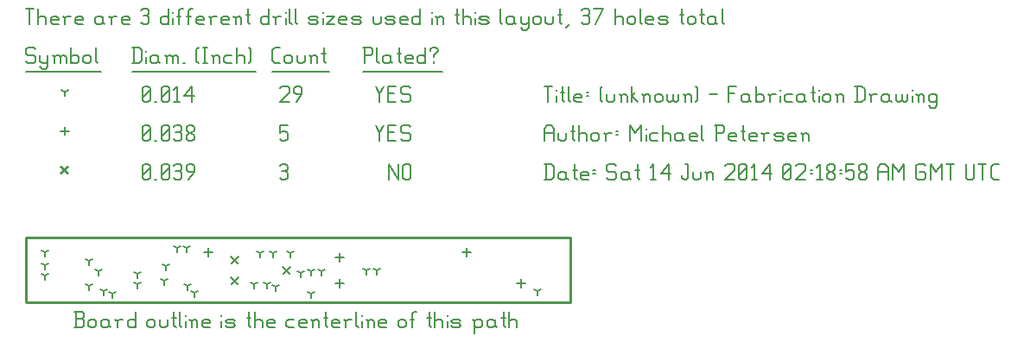
<source format=gbr>
G04 start of page 13 for group -3984 idx -3984 *
G04 Title: (unknown), fab *
G04 Creator: pcb 20110918 *
G04 CreationDate: Sat 14 Jun 2014 02:18:58 AM GMT UTC *
G04 For: railfan *
G04 Format: Gerber/RS-274X *
G04 PCB-Dimensions: 210000 25000 *
G04 PCB-Coordinate-Origin: lower left *
%MOIN*%
%FSLAX25Y25*%
%LNFAB*%
%ADD74C,0.0100*%
%ADD73C,0.0075*%
%ADD72C,0.0060*%
%ADD71C,0.0001*%
G54D71*G36*
X99300Y14266D02*X102266Y11300D01*
X101700Y10734D01*
X98734Y13700D01*
X99300Y14266D01*
G37*
G36*
X98734Y11300D02*X101700Y14266D01*
X102266Y13700D01*
X99300Y10734D01*
X98734Y11300D01*
G37*
G36*
X79300Y18266D02*X82266Y15300D01*
X81700Y14734D01*
X78734Y17700D01*
X79300Y18266D01*
G37*
G36*
X78734Y15300D02*X81700Y18266D01*
X82266Y17700D01*
X79300Y14734D01*
X78734Y15300D01*
G37*
G36*
X79300Y10266D02*X82266Y7300D01*
X81700Y6734D01*
X78734Y9700D01*
X79300Y10266D01*
G37*
G36*
X78734Y7300D02*X81700Y10266D01*
X82266Y9700D01*
X79300Y6734D01*
X78734Y7300D01*
G37*
G36*
X13800Y53016D02*X16766Y50050D01*
X16200Y49484D01*
X13234Y52450D01*
X13800Y53016D01*
G37*
G36*
X13234Y50050D02*X16200Y53016D01*
X16766Y52450D01*
X13800Y49484D01*
X13234Y50050D01*
G37*
G54D72*X140000Y53500D02*Y47500D01*
Y53500D02*X143750Y47500D01*
Y53500D02*Y47500D01*
X145550Y52750D02*Y48250D01*
Y52750D02*X146300Y53500D01*
X147800D01*
X148550Y52750D01*
Y48250D01*
X147800Y47500D02*X148550Y48250D01*
X146300Y47500D02*X147800D01*
X145550Y48250D02*X146300Y47500D01*
X98000Y52750D02*X98750Y53500D01*
X100250D01*
X101000Y52750D01*
X100250Y47500D02*X101000Y48250D01*
X98750Y47500D02*X100250D01*
X98000Y48250D02*X98750Y47500D01*
Y50800D02*X100250D01*
X101000Y52750D02*Y51550D01*
Y50050D02*Y48250D01*
Y50050D02*X100250Y50800D01*
X101000Y51550D02*X100250Y50800D01*
X45000Y48250D02*X45750Y47500D01*
X45000Y52750D02*Y48250D01*
Y52750D02*X45750Y53500D01*
X47250D01*
X48000Y52750D01*
Y48250D01*
X47250Y47500D02*X48000Y48250D01*
X45750Y47500D02*X47250D01*
X45000Y49000D02*X48000Y52000D01*
X49800Y47500D02*X50550D01*
X52350Y48250D02*X53100Y47500D01*
X52350Y52750D02*Y48250D01*
Y52750D02*X53100Y53500D01*
X54600D01*
X55350Y52750D01*
Y48250D01*
X54600Y47500D02*X55350Y48250D01*
X53100Y47500D02*X54600D01*
X52350Y49000D02*X55350Y52000D01*
X57150Y52750D02*X57900Y53500D01*
X59400D01*
X60150Y52750D01*
X59400Y47500D02*X60150Y48250D01*
X57900Y47500D02*X59400D01*
X57150Y48250D02*X57900Y47500D01*
Y50800D02*X59400D01*
X60150Y52750D02*Y51550D01*
Y50050D02*Y48250D01*
Y50050D02*X59400Y50800D01*
X60150Y51550D02*X59400Y50800D01*
X62700Y47500D02*X64950Y50500D01*
Y52750D02*Y50500D01*
X64200Y53500D02*X64950Y52750D01*
X62700Y53500D02*X64200D01*
X61950Y52750D02*X62700Y53500D01*
X61950Y52750D02*Y51250D01*
X62700Y50500D01*
X64950D01*
X70500Y21100D02*Y17900D01*
X68900Y19500D02*X72100D01*
X170000Y21100D02*Y17900D01*
X168400Y19500D02*X171600D01*
X191000Y9100D02*Y5900D01*
X189400Y7500D02*X192600D01*
X121000Y19100D02*Y15900D01*
X119400Y17500D02*X122600D01*
X121000Y9100D02*Y5900D01*
X119400Y7500D02*X122600D01*
X15000Y67850D02*Y64650D01*
X13400Y66250D02*X16600D01*
X135000Y68500D02*X136500Y65500D01*
X138000Y68500D01*
X136500Y65500D02*Y62500D01*
X139800Y65800D02*X142050D01*
X139800Y62500D02*X142800D01*
X139800Y68500D02*Y62500D01*
Y68500D02*X142800D01*
X147600D02*X148350Y67750D01*
X145350Y68500D02*X147600D01*
X144600Y67750D02*X145350Y68500D01*
X144600Y67750D02*Y66250D01*
X145350Y65500D01*
X147600D01*
X148350Y64750D01*
Y63250D01*
X147600Y62500D02*X148350Y63250D01*
X145350Y62500D02*X147600D01*
X144600Y63250D02*X145350Y62500D01*
X98000Y68500D02*X101000D01*
X98000D02*Y65500D01*
X98750Y66250D01*
X100250D01*
X101000Y65500D01*
Y63250D01*
X100250Y62500D02*X101000Y63250D01*
X98750Y62500D02*X100250D01*
X98000Y63250D02*X98750Y62500D01*
X45000Y63250D02*X45750Y62500D01*
X45000Y67750D02*Y63250D01*
Y67750D02*X45750Y68500D01*
X47250D01*
X48000Y67750D01*
Y63250D01*
X47250Y62500D02*X48000Y63250D01*
X45750Y62500D02*X47250D01*
X45000Y64000D02*X48000Y67000D01*
X49800Y62500D02*X50550D01*
X52350Y63250D02*X53100Y62500D01*
X52350Y67750D02*Y63250D01*
Y67750D02*X53100Y68500D01*
X54600D01*
X55350Y67750D01*
Y63250D01*
X54600Y62500D02*X55350Y63250D01*
X53100Y62500D02*X54600D01*
X52350Y64000D02*X55350Y67000D01*
X57150Y67750D02*X57900Y68500D01*
X59400D01*
X60150Y67750D01*
X59400Y62500D02*X60150Y63250D01*
X57900Y62500D02*X59400D01*
X57150Y63250D02*X57900Y62500D01*
Y65800D02*X59400D01*
X60150Y67750D02*Y66550D01*
Y65050D02*Y63250D01*
Y65050D02*X59400Y65800D01*
X60150Y66550D02*X59400Y65800D01*
X61950Y63250D02*X62700Y62500D01*
X61950Y64450D02*Y63250D01*
Y64450D02*X63000Y65500D01*
X63900D01*
X64950Y64450D01*
Y63250D01*
X64200Y62500D02*X64950Y63250D01*
X62700Y62500D02*X64200D01*
X61950Y66550D02*X63000Y65500D01*
X61950Y67750D02*Y66550D01*
Y67750D02*X62700Y68500D01*
X64200D01*
X64950Y67750D01*
Y66550D01*
X63900Y65500D02*X64950Y66550D01*
X7500Y14500D02*Y12900D01*
Y14500D02*X8887Y15300D01*
X7500Y14500D02*X6113Y15300D01*
X7500Y10500D02*Y8900D01*
Y10500D02*X8887Y11300D01*
X7500Y10500D02*X6113Y11300D01*
X7500Y19500D02*Y17900D01*
Y19500D02*X8887Y20300D01*
X7500Y19500D02*X6113Y20300D01*
X24500Y16000D02*Y14400D01*
Y16000D02*X25887Y16800D01*
X24500Y16000D02*X23113Y16800D01*
X24500Y6500D02*Y4900D01*
Y6500D02*X25887Y7300D01*
X24500Y6500D02*X23113Y7300D01*
X30000Y4500D02*Y2900D01*
Y4500D02*X31387Y5300D01*
X30000Y4500D02*X28613Y5300D01*
X33500Y3500D02*Y1900D01*
Y3500D02*X34887Y4300D01*
X33500Y3500D02*X32113Y4300D01*
X28000Y12000D02*Y10400D01*
Y12000D02*X29387Y12800D01*
X28000Y12000D02*X26613Y12800D01*
X43000Y11000D02*Y9400D01*
Y11000D02*X44387Y11800D01*
X43000Y11000D02*X41613Y11800D01*
X43000Y7000D02*Y5400D01*
Y7000D02*X44387Y7800D01*
X43000Y7000D02*X41613Y7800D01*
X54000Y14000D02*Y12400D01*
Y14000D02*X55387Y14800D01*
X54000Y14000D02*X52613Y14800D01*
X58500Y21000D02*Y19400D01*
Y21000D02*X59887Y21800D01*
X58500Y21000D02*X57113Y21800D01*
X62000Y21000D02*Y19400D01*
Y21000D02*X63387Y21800D01*
X62000Y21000D02*X60613Y21800D01*
X65000Y3662D02*Y2062D01*
Y3662D02*X66387Y4462D01*
X65000Y3662D02*X63613Y4462D01*
X53500Y8500D02*Y6900D01*
Y8500D02*X54887Y9300D01*
X53500Y8500D02*X52113Y9300D01*
X62500Y6500D02*Y4900D01*
Y6500D02*X63887Y7300D01*
X62500Y6500D02*X61113Y7300D01*
X95500Y19000D02*Y17400D01*
Y19000D02*X96887Y19800D01*
X95500Y19000D02*X94113Y19800D01*
X90500Y19000D02*Y17400D01*
Y19000D02*X91887Y19800D01*
X90500Y19000D02*X89113Y19800D01*
X88000Y7000D02*Y5400D01*
Y7000D02*X89387Y7800D01*
X88000Y7000D02*X86613Y7800D01*
X93000Y7000D02*Y5400D01*
Y7000D02*X94387Y7800D01*
X93000Y7000D02*X91613Y7800D01*
X96500Y6000D02*Y4400D01*
Y6000D02*X97887Y6800D01*
X96500Y6000D02*X95113Y6800D01*
X110000Y3500D02*Y1900D01*
Y3500D02*X111387Y4300D01*
X110000Y3500D02*X108613Y4300D01*
X110000Y12000D02*Y10400D01*
Y12000D02*X111387Y12800D01*
X110000Y12000D02*X108613Y12800D01*
X106000Y11500D02*Y9900D01*
Y11500D02*X107387Y12300D01*
X106000Y11500D02*X104613Y12300D01*
X114000Y12000D02*Y10400D01*
Y12000D02*X115387Y12800D01*
X114000Y12000D02*X112613Y12800D01*
X102000Y19000D02*Y17400D01*
Y19000D02*X103387Y19800D01*
X102000Y19000D02*X100613Y19800D01*
X131500Y12500D02*Y10900D01*
Y12500D02*X132887Y13300D01*
X131500Y12500D02*X130113Y13300D01*
X135500Y12500D02*Y10900D01*
Y12500D02*X136887Y13300D01*
X135500Y12500D02*X134113Y13300D01*
X197500Y4500D02*Y2900D01*
Y4500D02*X198887Y5300D01*
X197500Y4500D02*X196113Y5300D01*
X15000Y81250D02*Y79650D01*
Y81250D02*X16387Y82050D01*
X15000Y81250D02*X13613Y82050D01*
X135000Y83500D02*X136500Y80500D01*
X138000Y83500D01*
X136500Y80500D02*Y77500D01*
X139800Y80800D02*X142050D01*
X139800Y77500D02*X142800D01*
X139800Y83500D02*Y77500D01*
Y83500D02*X142800D01*
X147600D02*X148350Y82750D01*
X145350Y83500D02*X147600D01*
X144600Y82750D02*X145350Y83500D01*
X144600Y82750D02*Y81250D01*
X145350Y80500D01*
X147600D01*
X148350Y79750D01*
Y78250D01*
X147600Y77500D02*X148350Y78250D01*
X145350Y77500D02*X147600D01*
X144600Y78250D02*X145350Y77500D01*
X98000Y82750D02*X98750Y83500D01*
X101000D01*
X101750Y82750D01*
Y81250D01*
X98000Y77500D02*X101750Y81250D01*
X98000Y77500D02*X101750D01*
X104300D02*X106550Y80500D01*
Y82750D02*Y80500D01*
X105800Y83500D02*X106550Y82750D01*
X104300Y83500D02*X105800D01*
X103550Y82750D02*X104300Y83500D01*
X103550Y82750D02*Y81250D01*
X104300Y80500D01*
X106550D01*
X45000Y78250D02*X45750Y77500D01*
X45000Y82750D02*Y78250D01*
Y82750D02*X45750Y83500D01*
X47250D01*
X48000Y82750D01*
Y78250D01*
X47250Y77500D02*X48000Y78250D01*
X45750Y77500D02*X47250D01*
X45000Y79000D02*X48000Y82000D01*
X49800Y77500D02*X50550D01*
X52350Y78250D02*X53100Y77500D01*
X52350Y82750D02*Y78250D01*
Y82750D02*X53100Y83500D01*
X54600D01*
X55350Y82750D01*
Y78250D01*
X54600Y77500D02*X55350Y78250D01*
X53100Y77500D02*X54600D01*
X52350Y79000D02*X55350Y82000D01*
X57150Y82300D02*X58350Y83500D01*
Y77500D01*
X57150D02*X59400D01*
X61200Y79750D02*X64200Y83500D01*
X61200Y79750D02*X64950D01*
X64200Y83500D02*Y77500D01*
X3000Y98500D02*X3750Y97750D01*
X750Y98500D02*X3000D01*
X0Y97750D02*X750Y98500D01*
X0Y97750D02*Y96250D01*
X750Y95500D01*
X3000D01*
X3750Y94750D01*
Y93250D01*
X3000Y92500D02*X3750Y93250D01*
X750Y92500D02*X3000D01*
X0Y93250D02*X750Y92500D01*
X5550Y95500D02*Y93250D01*
X6300Y92500D01*
X8550Y95500D02*Y91000D01*
X7800Y90250D02*X8550Y91000D01*
X6300Y90250D02*X7800D01*
X5550Y91000D02*X6300Y90250D01*
Y92500D02*X7800D01*
X8550Y93250D01*
X11100Y94750D02*Y92500D01*
Y94750D02*X11850Y95500D01*
X12600D01*
X13350Y94750D01*
Y92500D01*
Y94750D02*X14100Y95500D01*
X14850D01*
X15600Y94750D01*
Y92500D01*
X10350Y95500D02*X11100Y94750D01*
X17400Y98500D02*Y92500D01*
Y93250D02*X18150Y92500D01*
X19650D01*
X20400Y93250D01*
Y94750D02*Y93250D01*
X19650Y95500D02*X20400Y94750D01*
X18150Y95500D02*X19650D01*
X17400Y94750D02*X18150Y95500D01*
X22200Y94750D02*Y93250D01*
Y94750D02*X22950Y95500D01*
X24450D01*
X25200Y94750D01*
Y93250D01*
X24450Y92500D02*X25200Y93250D01*
X22950Y92500D02*X24450D01*
X22200Y93250D02*X22950Y92500D01*
X27000Y98500D02*Y93250D01*
X27750Y92500D01*
X0Y89250D02*X29250D01*
X41750Y98500D02*Y92500D01*
X43700Y98500D02*X44750Y97450D01*
Y93550D01*
X43700Y92500D02*X44750Y93550D01*
X41000Y92500D02*X43700D01*
X41000Y98500D02*X43700D01*
G54D73*X46550Y97000D02*Y96850D01*
G54D72*Y94750D02*Y92500D01*
X50300Y95500D02*X51050Y94750D01*
X48800Y95500D02*X50300D01*
X48050Y94750D02*X48800Y95500D01*
X48050Y94750D02*Y93250D01*
X48800Y92500D01*
X51050Y95500D02*Y93250D01*
X51800Y92500D01*
X48800D02*X50300D01*
X51050Y93250D01*
X54350Y94750D02*Y92500D01*
Y94750D02*X55100Y95500D01*
X55850D01*
X56600Y94750D01*
Y92500D01*
Y94750D02*X57350Y95500D01*
X58100D01*
X58850Y94750D01*
Y92500D01*
X53600Y95500D02*X54350Y94750D01*
X60650Y92500D02*X61400D01*
X65900Y93250D02*X66650Y92500D01*
X65900Y97750D02*X66650Y98500D01*
X65900Y97750D02*Y93250D01*
X68450Y98500D02*X69950D01*
X69200D02*Y92500D01*
X68450D02*X69950D01*
X72500Y94750D02*Y92500D01*
Y94750D02*X73250Y95500D01*
X74000D01*
X74750Y94750D01*
Y92500D01*
X71750Y95500D02*X72500Y94750D01*
X77300Y95500D02*X79550D01*
X76550Y94750D02*X77300Y95500D01*
X76550Y94750D02*Y93250D01*
X77300Y92500D01*
X79550D01*
X81350Y98500D02*Y92500D01*
Y94750D02*X82100Y95500D01*
X83600D01*
X84350Y94750D01*
Y92500D01*
X86150Y98500D02*X86900Y97750D01*
Y93250D01*
X86150Y92500D02*X86900Y93250D01*
X41000Y89250D02*X88700D01*
X96050Y92500D02*X98000D01*
X95000Y93550D02*X96050Y92500D01*
X95000Y97450D02*Y93550D01*
Y97450D02*X96050Y98500D01*
X98000D01*
X99800Y94750D02*Y93250D01*
Y94750D02*X100550Y95500D01*
X102050D01*
X102800Y94750D01*
Y93250D01*
X102050Y92500D02*X102800Y93250D01*
X100550Y92500D02*X102050D01*
X99800Y93250D02*X100550Y92500D01*
X104600Y95500D02*Y93250D01*
X105350Y92500D01*
X106850D01*
X107600Y93250D01*
Y95500D02*Y93250D01*
X110150Y94750D02*Y92500D01*
Y94750D02*X110900Y95500D01*
X111650D01*
X112400Y94750D01*
Y92500D01*
X109400Y95500D02*X110150Y94750D01*
X114950Y98500D02*Y93250D01*
X115700Y92500D01*
X114200Y96250D02*X115700D01*
X95000Y89250D02*X117200D01*
X130750Y98500D02*Y92500D01*
X130000Y98500D02*X133000D01*
X133750Y97750D01*
Y96250D01*
X133000Y95500D02*X133750Y96250D01*
X130750Y95500D02*X133000D01*
X135550Y98500D02*Y93250D01*
X136300Y92500D01*
X140050Y95500D02*X140800Y94750D01*
X138550Y95500D02*X140050D01*
X137800Y94750D02*X138550Y95500D01*
X137800Y94750D02*Y93250D01*
X138550Y92500D01*
X140800Y95500D02*Y93250D01*
X141550Y92500D01*
X138550D02*X140050D01*
X140800Y93250D01*
X144100Y98500D02*Y93250D01*
X144850Y92500D01*
X143350Y96250D02*X144850D01*
X147100Y92500D02*X149350D01*
X146350Y93250D02*X147100Y92500D01*
X146350Y94750D02*Y93250D01*
Y94750D02*X147100Y95500D01*
X148600D01*
X149350Y94750D01*
X146350Y94000D02*X149350D01*
Y94750D02*Y94000D01*
X154150Y98500D02*Y92500D01*
X153400D02*X154150Y93250D01*
X151900Y92500D02*X153400D01*
X151150Y93250D02*X151900Y92500D01*
X151150Y94750D02*Y93250D01*
Y94750D02*X151900Y95500D01*
X153400D01*
X154150Y94750D01*
X157450Y95500D02*Y94750D01*
Y93250D02*Y92500D01*
X155950Y97750D02*Y97000D01*
Y97750D02*X156700Y98500D01*
X158200D01*
X158950Y97750D01*
Y97000D01*
X157450Y95500D02*X158950Y97000D01*
X130000Y89250D02*X160750D01*
X0Y113500D02*X3000D01*
X1500D02*Y107500D01*
X4800Y113500D02*Y107500D01*
Y109750D02*X5550Y110500D01*
X7050D01*
X7800Y109750D01*
Y107500D01*
X10350D02*X12600D01*
X9600Y108250D02*X10350Y107500D01*
X9600Y109750D02*Y108250D01*
Y109750D02*X10350Y110500D01*
X11850D01*
X12600Y109750D01*
X9600Y109000D02*X12600D01*
Y109750D02*Y109000D01*
X15150Y109750D02*Y107500D01*
Y109750D02*X15900Y110500D01*
X17400D01*
X14400D02*X15150Y109750D01*
X19950Y107500D02*X22200D01*
X19200Y108250D02*X19950Y107500D01*
X19200Y109750D02*Y108250D01*
Y109750D02*X19950Y110500D01*
X21450D01*
X22200Y109750D01*
X19200Y109000D02*X22200D01*
Y109750D02*Y109000D01*
X28950Y110500D02*X29700Y109750D01*
X27450Y110500D02*X28950D01*
X26700Y109750D02*X27450Y110500D01*
X26700Y109750D02*Y108250D01*
X27450Y107500D01*
X29700Y110500D02*Y108250D01*
X30450Y107500D01*
X27450D02*X28950D01*
X29700Y108250D01*
X33000Y109750D02*Y107500D01*
Y109750D02*X33750Y110500D01*
X35250D01*
X32250D02*X33000Y109750D01*
X37800Y107500D02*X40050D01*
X37050Y108250D02*X37800Y107500D01*
X37050Y109750D02*Y108250D01*
Y109750D02*X37800Y110500D01*
X39300D01*
X40050Y109750D01*
X37050Y109000D02*X40050D01*
Y109750D02*Y109000D01*
X44550Y112750D02*X45300Y113500D01*
X46800D01*
X47550Y112750D01*
X46800Y107500D02*X47550Y108250D01*
X45300Y107500D02*X46800D01*
X44550Y108250D02*X45300Y107500D01*
Y110800D02*X46800D01*
X47550Y112750D02*Y111550D01*
Y110050D02*Y108250D01*
Y110050D02*X46800Y110800D01*
X47550Y111550D02*X46800Y110800D01*
X55050Y113500D02*Y107500D01*
X54300D02*X55050Y108250D01*
X52800Y107500D02*X54300D01*
X52050Y108250D02*X52800Y107500D01*
X52050Y109750D02*Y108250D01*
Y109750D02*X52800Y110500D01*
X54300D01*
X55050Y109750D01*
G54D73*X56850Y112000D02*Y111850D01*
G54D72*Y109750D02*Y107500D01*
X59100Y112750D02*Y107500D01*
Y112750D02*X59850Y113500D01*
X60600D01*
X58350Y110500D02*X59850D01*
X62850Y112750D02*Y107500D01*
Y112750D02*X63600Y113500D01*
X64350D01*
X62100Y110500D02*X63600D01*
X66600Y107500D02*X68850D01*
X65850Y108250D02*X66600Y107500D01*
X65850Y109750D02*Y108250D01*
Y109750D02*X66600Y110500D01*
X68100D01*
X68850Y109750D01*
X65850Y109000D02*X68850D01*
Y109750D02*Y109000D01*
X71400Y109750D02*Y107500D01*
Y109750D02*X72150Y110500D01*
X73650D01*
X70650D02*X71400Y109750D01*
X76200Y107500D02*X78450D01*
X75450Y108250D02*X76200Y107500D01*
X75450Y109750D02*Y108250D01*
Y109750D02*X76200Y110500D01*
X77700D01*
X78450Y109750D01*
X75450Y109000D02*X78450D01*
Y109750D02*Y109000D01*
X81000Y109750D02*Y107500D01*
Y109750D02*X81750Y110500D01*
X82500D01*
X83250Y109750D01*
Y107500D01*
X80250Y110500D02*X81000Y109750D01*
X85800Y113500D02*Y108250D01*
X86550Y107500D01*
X85050Y111250D02*X86550D01*
X93750Y113500D02*Y107500D01*
X93000D02*X93750Y108250D01*
X91500Y107500D02*X93000D01*
X90750Y108250D02*X91500Y107500D01*
X90750Y109750D02*Y108250D01*
Y109750D02*X91500Y110500D01*
X93000D01*
X93750Y109750D01*
X96300D02*Y107500D01*
Y109750D02*X97050Y110500D01*
X98550D01*
X95550D02*X96300Y109750D01*
G54D73*X100350Y112000D02*Y111850D01*
G54D72*Y109750D02*Y107500D01*
X101850Y113500D02*Y108250D01*
X102600Y107500D01*
X104100Y113500D02*Y108250D01*
X104850Y107500D01*
X109800D02*X112050D01*
X112800Y108250D01*
X112050Y109000D02*X112800Y108250D01*
X109800Y109000D02*X112050D01*
X109050Y109750D02*X109800Y109000D01*
X109050Y109750D02*X109800Y110500D01*
X112050D01*
X112800Y109750D01*
X109050Y108250D02*X109800Y107500D01*
G54D73*X114600Y112000D02*Y111850D01*
G54D72*Y109750D02*Y107500D01*
X116100Y110500D02*X119100D01*
X116100Y107500D02*X119100Y110500D01*
X116100Y107500D02*X119100D01*
X121650D02*X123900D01*
X120900Y108250D02*X121650Y107500D01*
X120900Y109750D02*Y108250D01*
Y109750D02*X121650Y110500D01*
X123150D01*
X123900Y109750D01*
X120900Y109000D02*X123900D01*
Y109750D02*Y109000D01*
X126450Y107500D02*X128700D01*
X129450Y108250D01*
X128700Y109000D02*X129450Y108250D01*
X126450Y109000D02*X128700D01*
X125700Y109750D02*X126450Y109000D01*
X125700Y109750D02*X126450Y110500D01*
X128700D01*
X129450Y109750D01*
X125700Y108250D02*X126450Y107500D01*
X133950Y110500D02*Y108250D01*
X134700Y107500D01*
X136200D01*
X136950Y108250D01*
Y110500D02*Y108250D01*
X139500Y107500D02*X141750D01*
X142500Y108250D01*
X141750Y109000D02*X142500Y108250D01*
X139500Y109000D02*X141750D01*
X138750Y109750D02*X139500Y109000D01*
X138750Y109750D02*X139500Y110500D01*
X141750D01*
X142500Y109750D01*
X138750Y108250D02*X139500Y107500D01*
X145050D02*X147300D01*
X144300Y108250D02*X145050Y107500D01*
X144300Y109750D02*Y108250D01*
Y109750D02*X145050Y110500D01*
X146550D01*
X147300Y109750D01*
X144300Y109000D02*X147300D01*
Y109750D02*Y109000D01*
X152100Y113500D02*Y107500D01*
X151350D02*X152100Y108250D01*
X149850Y107500D02*X151350D01*
X149100Y108250D02*X149850Y107500D01*
X149100Y109750D02*Y108250D01*
Y109750D02*X149850Y110500D01*
X151350D01*
X152100Y109750D01*
G54D73*X156600Y112000D02*Y111850D01*
G54D72*Y109750D02*Y107500D01*
X158850Y109750D02*Y107500D01*
Y109750D02*X159600Y110500D01*
X160350D01*
X161100Y109750D01*
Y107500D01*
X158100Y110500D02*X158850Y109750D01*
X166350Y113500D02*Y108250D01*
X167100Y107500D01*
X165600Y111250D02*X167100D01*
X168600Y113500D02*Y107500D01*
Y109750D02*X169350Y110500D01*
X170850D01*
X171600Y109750D01*
Y107500D01*
G54D73*X173400Y112000D02*Y111850D01*
G54D72*Y109750D02*Y107500D01*
X175650D02*X177900D01*
X178650Y108250D01*
X177900Y109000D02*X178650Y108250D01*
X175650Y109000D02*X177900D01*
X174900Y109750D02*X175650Y109000D01*
X174900Y109750D02*X175650Y110500D01*
X177900D01*
X178650Y109750D01*
X174900Y108250D02*X175650Y107500D01*
X183150Y113500D02*Y108250D01*
X183900Y107500D01*
X187650Y110500D02*X188400Y109750D01*
X186150Y110500D02*X187650D01*
X185400Y109750D02*X186150Y110500D01*
X185400Y109750D02*Y108250D01*
X186150Y107500D01*
X188400Y110500D02*Y108250D01*
X189150Y107500D01*
X186150D02*X187650D01*
X188400Y108250D01*
X190950Y110500D02*Y108250D01*
X191700Y107500D01*
X193950Y110500D02*Y106000D01*
X193200Y105250D02*X193950Y106000D01*
X191700Y105250D02*X193200D01*
X190950Y106000D02*X191700Y105250D01*
Y107500D02*X193200D01*
X193950Y108250D01*
X195750Y109750D02*Y108250D01*
Y109750D02*X196500Y110500D01*
X198000D01*
X198750Y109750D01*
Y108250D01*
X198000Y107500D02*X198750Y108250D01*
X196500Y107500D02*X198000D01*
X195750Y108250D02*X196500Y107500D01*
X200550Y110500D02*Y108250D01*
X201300Y107500D01*
X202800D01*
X203550Y108250D01*
Y110500D02*Y108250D01*
X206100Y113500D02*Y108250D01*
X206850Y107500D01*
X205350Y111250D02*X206850D01*
X208350Y106000D02*X209850Y107500D01*
X214350Y112750D02*X215100Y113500D01*
X216600D01*
X217350Y112750D01*
X216600Y107500D02*X217350Y108250D01*
X215100Y107500D02*X216600D01*
X214350Y108250D02*X215100Y107500D01*
Y110800D02*X216600D01*
X217350Y112750D02*Y111550D01*
Y110050D02*Y108250D01*
Y110050D02*X216600Y110800D01*
X217350Y111550D02*X216600Y110800D01*
X219900Y107500D02*X222900Y113500D01*
X219150D02*X222900D01*
X227400D02*Y107500D01*
Y109750D02*X228150Y110500D01*
X229650D01*
X230400Y109750D01*
Y107500D01*
X232200Y109750D02*Y108250D01*
Y109750D02*X232950Y110500D01*
X234450D01*
X235200Y109750D01*
Y108250D01*
X234450Y107500D02*X235200Y108250D01*
X232950Y107500D02*X234450D01*
X232200Y108250D02*X232950Y107500D01*
X237000Y113500D02*Y108250D01*
X237750Y107500D01*
X240000D02*X242250D01*
X239250Y108250D02*X240000Y107500D01*
X239250Y109750D02*Y108250D01*
Y109750D02*X240000Y110500D01*
X241500D01*
X242250Y109750D01*
X239250Y109000D02*X242250D01*
Y109750D02*Y109000D01*
X244800Y107500D02*X247050D01*
X247800Y108250D01*
X247050Y109000D02*X247800Y108250D01*
X244800Y109000D02*X247050D01*
X244050Y109750D02*X244800Y109000D01*
X244050Y109750D02*X244800Y110500D01*
X247050D01*
X247800Y109750D01*
X244050Y108250D02*X244800Y107500D01*
X253050Y113500D02*Y108250D01*
X253800Y107500D01*
X252300Y111250D02*X253800D01*
X255300Y109750D02*Y108250D01*
Y109750D02*X256050Y110500D01*
X257550D01*
X258300Y109750D01*
Y108250D01*
X257550Y107500D02*X258300Y108250D01*
X256050Y107500D02*X257550D01*
X255300Y108250D02*X256050Y107500D01*
X260850Y113500D02*Y108250D01*
X261600Y107500D01*
X260100Y111250D02*X261600D01*
X265350Y110500D02*X266100Y109750D01*
X263850Y110500D02*X265350D01*
X263100Y109750D02*X263850Y110500D01*
X263100Y109750D02*Y108250D01*
X263850Y107500D01*
X266100Y110500D02*Y108250D01*
X266850Y107500D01*
X263850D02*X265350D01*
X266100Y108250D01*
X268650Y113500D02*Y108250D01*
X269400Y107500D01*
G54D74*X0Y25000D02*X210000D01*
Y0D01*
X0D01*
Y25000D01*
G54D72*X18675Y-9500D02*X21675D01*
X22425Y-8750D01*
Y-6950D02*Y-8750D01*
X21675Y-6200D02*X22425Y-6950D01*
X19425Y-6200D02*X21675D01*
X19425Y-3500D02*Y-9500D01*
X18675Y-3500D02*X21675D01*
X22425Y-4250D01*
Y-5450D01*
X21675Y-6200D02*X22425Y-5450D01*
X24225Y-7250D02*Y-8750D01*
Y-7250D02*X24975Y-6500D01*
X26475D01*
X27225Y-7250D01*
Y-8750D01*
X26475Y-9500D02*X27225Y-8750D01*
X24975Y-9500D02*X26475D01*
X24225Y-8750D02*X24975Y-9500D01*
X31275Y-6500D02*X32025Y-7250D01*
X29775Y-6500D02*X31275D01*
X29025Y-7250D02*X29775Y-6500D01*
X29025Y-7250D02*Y-8750D01*
X29775Y-9500D01*
X32025Y-6500D02*Y-8750D01*
X32775Y-9500D01*
X29775D02*X31275D01*
X32025Y-8750D01*
X35325Y-7250D02*Y-9500D01*
Y-7250D02*X36075Y-6500D01*
X37575D01*
X34575D02*X35325Y-7250D01*
X42375Y-3500D02*Y-9500D01*
X41625D02*X42375Y-8750D01*
X40125Y-9500D02*X41625D01*
X39375Y-8750D02*X40125Y-9500D01*
X39375Y-7250D02*Y-8750D01*
Y-7250D02*X40125Y-6500D01*
X41625D01*
X42375Y-7250D01*
X46875D02*Y-8750D01*
Y-7250D02*X47625Y-6500D01*
X49125D01*
X49875Y-7250D01*
Y-8750D01*
X49125Y-9500D02*X49875Y-8750D01*
X47625Y-9500D02*X49125D01*
X46875Y-8750D02*X47625Y-9500D01*
X51675Y-6500D02*Y-8750D01*
X52425Y-9500D01*
X53925D01*
X54675Y-8750D01*
Y-6500D02*Y-8750D01*
X57225Y-3500D02*Y-8750D01*
X57975Y-9500D01*
X56475Y-5750D02*X57975D01*
X59475Y-3500D02*Y-8750D01*
X60225Y-9500D01*
G54D73*X61725Y-5000D02*Y-5150D01*
G54D72*Y-7250D02*Y-9500D01*
X63975Y-7250D02*Y-9500D01*
Y-7250D02*X64725Y-6500D01*
X65475D01*
X66225Y-7250D01*
Y-9500D01*
X63225Y-6500D02*X63975Y-7250D01*
X68775Y-9500D02*X71025D01*
X68025Y-8750D02*X68775Y-9500D01*
X68025Y-7250D02*Y-8750D01*
Y-7250D02*X68775Y-6500D01*
X70275D01*
X71025Y-7250D01*
X68025Y-8000D02*X71025D01*
Y-7250D02*Y-8000D01*
G54D73*X75525Y-5000D02*Y-5150D01*
G54D72*Y-7250D02*Y-9500D01*
X77775D02*X80025D01*
X80775Y-8750D01*
X80025Y-8000D02*X80775Y-8750D01*
X77775Y-8000D02*X80025D01*
X77025Y-7250D02*X77775Y-8000D01*
X77025Y-7250D02*X77775Y-6500D01*
X80025D01*
X80775Y-7250D01*
X77025Y-8750D02*X77775Y-9500D01*
X86025Y-3500D02*Y-8750D01*
X86775Y-9500D01*
X85275Y-5750D02*X86775D01*
X88275Y-3500D02*Y-9500D01*
Y-7250D02*X89025Y-6500D01*
X90525D01*
X91275Y-7250D01*
Y-9500D01*
X93825D02*X96075D01*
X93075Y-8750D02*X93825Y-9500D01*
X93075Y-7250D02*Y-8750D01*
Y-7250D02*X93825Y-6500D01*
X95325D01*
X96075Y-7250D01*
X93075Y-8000D02*X96075D01*
Y-7250D02*Y-8000D01*
X101325Y-6500D02*X103575D01*
X100575Y-7250D02*X101325Y-6500D01*
X100575Y-7250D02*Y-8750D01*
X101325Y-9500D01*
X103575D01*
X106125D02*X108375D01*
X105375Y-8750D02*X106125Y-9500D01*
X105375Y-7250D02*Y-8750D01*
Y-7250D02*X106125Y-6500D01*
X107625D01*
X108375Y-7250D01*
X105375Y-8000D02*X108375D01*
Y-7250D02*Y-8000D01*
X110925Y-7250D02*Y-9500D01*
Y-7250D02*X111675Y-6500D01*
X112425D01*
X113175Y-7250D01*
Y-9500D01*
X110175Y-6500D02*X110925Y-7250D01*
X115725Y-3500D02*Y-8750D01*
X116475Y-9500D01*
X114975Y-5750D02*X116475D01*
X118725Y-9500D02*X120975D01*
X117975Y-8750D02*X118725Y-9500D01*
X117975Y-7250D02*Y-8750D01*
Y-7250D02*X118725Y-6500D01*
X120225D01*
X120975Y-7250D01*
X117975Y-8000D02*X120975D01*
Y-7250D02*Y-8000D01*
X123525Y-7250D02*Y-9500D01*
Y-7250D02*X124275Y-6500D01*
X125775D01*
X122775D02*X123525Y-7250D01*
X127575Y-3500D02*Y-8750D01*
X128325Y-9500D01*
G54D73*X129825Y-5000D02*Y-5150D01*
G54D72*Y-7250D02*Y-9500D01*
X132075Y-7250D02*Y-9500D01*
Y-7250D02*X132825Y-6500D01*
X133575D01*
X134325Y-7250D01*
Y-9500D01*
X131325Y-6500D02*X132075Y-7250D01*
X136875Y-9500D02*X139125D01*
X136125Y-8750D02*X136875Y-9500D01*
X136125Y-7250D02*Y-8750D01*
Y-7250D02*X136875Y-6500D01*
X138375D01*
X139125Y-7250D01*
X136125Y-8000D02*X139125D01*
Y-7250D02*Y-8000D01*
X143625Y-7250D02*Y-8750D01*
Y-7250D02*X144375Y-6500D01*
X145875D01*
X146625Y-7250D01*
Y-8750D01*
X145875Y-9500D02*X146625Y-8750D01*
X144375Y-9500D02*X145875D01*
X143625Y-8750D02*X144375Y-9500D01*
X149175Y-4250D02*Y-9500D01*
Y-4250D02*X149925Y-3500D01*
X150675D01*
X148425Y-6500D02*X149925D01*
X155625Y-3500D02*Y-8750D01*
X156375Y-9500D01*
X154875Y-5750D02*X156375D01*
X157875Y-3500D02*Y-9500D01*
Y-7250D02*X158625Y-6500D01*
X160125D01*
X160875Y-7250D01*
Y-9500D01*
G54D73*X162675Y-5000D02*Y-5150D01*
G54D72*Y-7250D02*Y-9500D01*
X164925D02*X167175D01*
X167925Y-8750D01*
X167175Y-8000D02*X167925Y-8750D01*
X164925Y-8000D02*X167175D01*
X164175Y-7250D02*X164925Y-8000D01*
X164175Y-7250D02*X164925Y-6500D01*
X167175D01*
X167925Y-7250D01*
X164175Y-8750D02*X164925Y-9500D01*
X173175Y-7250D02*Y-11750D01*
X172425Y-6500D02*X173175Y-7250D01*
X173925Y-6500D01*
X175425D01*
X176175Y-7250D01*
Y-8750D01*
X175425Y-9500D02*X176175Y-8750D01*
X173925Y-9500D02*X175425D01*
X173175Y-8750D02*X173925Y-9500D01*
X180225Y-6500D02*X180975Y-7250D01*
X178725Y-6500D02*X180225D01*
X177975Y-7250D02*X178725Y-6500D01*
X177975Y-7250D02*Y-8750D01*
X178725Y-9500D01*
X180975Y-6500D02*Y-8750D01*
X181725Y-9500D01*
X178725D02*X180225D01*
X180975Y-8750D01*
X184275Y-3500D02*Y-8750D01*
X185025Y-9500D01*
X183525Y-5750D02*X185025D01*
X186525Y-3500D02*Y-9500D01*
Y-7250D02*X187275Y-6500D01*
X188775D01*
X189525Y-7250D01*
Y-9500D01*
X200750Y53500D02*Y47500D01*
X202700Y53500D02*X203750Y52450D01*
Y48550D01*
X202700Y47500D02*X203750Y48550D01*
X200000Y47500D02*X202700D01*
X200000Y53500D02*X202700D01*
X207800Y50500D02*X208550Y49750D01*
X206300Y50500D02*X207800D01*
X205550Y49750D02*X206300Y50500D01*
X205550Y49750D02*Y48250D01*
X206300Y47500D01*
X208550Y50500D02*Y48250D01*
X209300Y47500D01*
X206300D02*X207800D01*
X208550Y48250D01*
X211850Y53500D02*Y48250D01*
X212600Y47500D01*
X211100Y51250D02*X212600D01*
X214850Y47500D02*X217100D01*
X214100Y48250D02*X214850Y47500D01*
X214100Y49750D02*Y48250D01*
Y49750D02*X214850Y50500D01*
X216350D01*
X217100Y49750D01*
X214100Y49000D02*X217100D01*
Y49750D02*Y49000D01*
X218900Y51250D02*X219650D01*
X218900Y49750D02*X219650D01*
X227150Y53500D02*X227900Y52750D01*
X224900Y53500D02*X227150D01*
X224150Y52750D02*X224900Y53500D01*
X224150Y52750D02*Y51250D01*
X224900Y50500D01*
X227150D01*
X227900Y49750D01*
Y48250D01*
X227150Y47500D02*X227900Y48250D01*
X224900Y47500D02*X227150D01*
X224150Y48250D02*X224900Y47500D01*
X231950Y50500D02*X232700Y49750D01*
X230450Y50500D02*X231950D01*
X229700Y49750D02*X230450Y50500D01*
X229700Y49750D02*Y48250D01*
X230450Y47500D01*
X232700Y50500D02*Y48250D01*
X233450Y47500D01*
X230450D02*X231950D01*
X232700Y48250D01*
X236000Y53500D02*Y48250D01*
X236750Y47500D01*
X235250Y51250D02*X236750D01*
X240950Y52300D02*X242150Y53500D01*
Y47500D01*
X240950D02*X243200D01*
X245000Y49750D02*X248000Y53500D01*
X245000Y49750D02*X248750D01*
X248000Y53500D02*Y47500D01*
X254300Y53500D02*X255500D01*
Y48250D01*
X254750Y47500D02*X255500Y48250D01*
X254000Y47500D02*X254750D01*
X253250Y48250D02*X254000Y47500D01*
X253250Y49000D02*Y48250D01*
X257300Y50500D02*Y48250D01*
X258050Y47500D01*
X259550D01*
X260300Y48250D01*
Y50500D02*Y48250D01*
X262850Y49750D02*Y47500D01*
Y49750D02*X263600Y50500D01*
X264350D01*
X265100Y49750D01*
Y47500D01*
X262100Y50500D02*X262850Y49750D01*
X269600Y52750D02*X270350Y53500D01*
X272600D01*
X273350Y52750D01*
Y51250D01*
X269600Y47500D02*X273350Y51250D01*
X269600Y47500D02*X273350D01*
X275150Y48250D02*X275900Y47500D01*
X275150Y52750D02*Y48250D01*
Y52750D02*X275900Y53500D01*
X277400D01*
X278150Y52750D01*
Y48250D01*
X277400Y47500D02*X278150Y48250D01*
X275900Y47500D02*X277400D01*
X275150Y49000D02*X278150Y52000D01*
X279950Y52300D02*X281150Y53500D01*
Y47500D01*
X279950D02*X282200D01*
X284000Y49750D02*X287000Y53500D01*
X284000Y49750D02*X287750D01*
X287000Y53500D02*Y47500D01*
X292250Y48250D02*X293000Y47500D01*
X292250Y52750D02*Y48250D01*
Y52750D02*X293000Y53500D01*
X294500D01*
X295250Y52750D01*
Y48250D01*
X294500Y47500D02*X295250Y48250D01*
X293000Y47500D02*X294500D01*
X292250Y49000D02*X295250Y52000D01*
X297050Y52750D02*X297800Y53500D01*
X300050D01*
X300800Y52750D01*
Y51250D01*
X297050Y47500D02*X300800Y51250D01*
X297050Y47500D02*X300800D01*
X302600Y51250D02*X303350D01*
X302600Y49750D02*X303350D01*
X305150Y52300D02*X306350Y53500D01*
Y47500D01*
X305150D02*X307400D01*
X309200Y48250D02*X309950Y47500D01*
X309200Y49450D02*Y48250D01*
Y49450D02*X310250Y50500D01*
X311150D01*
X312200Y49450D01*
Y48250D01*
X311450Y47500D02*X312200Y48250D01*
X309950Y47500D02*X311450D01*
X309200Y51550D02*X310250Y50500D01*
X309200Y52750D02*Y51550D01*
Y52750D02*X309950Y53500D01*
X311450D01*
X312200Y52750D01*
Y51550D01*
X311150Y50500D02*X312200Y51550D01*
X314000Y51250D02*X314750D01*
X314000Y49750D02*X314750D01*
X316550Y53500D02*X319550D01*
X316550D02*Y50500D01*
X317300Y51250D01*
X318800D01*
X319550Y50500D01*
Y48250D01*
X318800Y47500D02*X319550Y48250D01*
X317300Y47500D02*X318800D01*
X316550Y48250D02*X317300Y47500D01*
X321350Y48250D02*X322100Y47500D01*
X321350Y49450D02*Y48250D01*
Y49450D02*X322400Y50500D01*
X323300D01*
X324350Y49450D01*
Y48250D01*
X323600Y47500D02*X324350Y48250D01*
X322100Y47500D02*X323600D01*
X321350Y51550D02*X322400Y50500D01*
X321350Y52750D02*Y51550D01*
Y52750D02*X322100Y53500D01*
X323600D01*
X324350Y52750D01*
Y51550D01*
X323300Y50500D02*X324350Y51550D01*
X328850Y52000D02*Y47500D01*
Y52000D02*X329900Y53500D01*
X331550D01*
X332600Y52000D01*
Y47500D01*
X328850Y50500D02*X332600D01*
X334400Y53500D02*Y47500D01*
Y53500D02*X336650Y50500D01*
X338900Y53500D01*
Y47500D01*
X346400Y53500D02*X347150Y52750D01*
X344150Y53500D02*X346400D01*
X343400Y52750D02*X344150Y53500D01*
X343400Y52750D02*Y48250D01*
X344150Y47500D01*
X346400D01*
X347150Y48250D01*
Y49750D02*Y48250D01*
X346400Y50500D02*X347150Y49750D01*
X344900Y50500D02*X346400D01*
X348950Y53500D02*Y47500D01*
Y53500D02*X351200Y50500D01*
X353450Y53500D01*
Y47500D01*
X355250Y53500D02*X358250D01*
X356750D02*Y47500D01*
X362750Y53500D02*Y48250D01*
X363500Y47500D01*
X365000D01*
X365750Y48250D01*
Y53500D02*Y48250D01*
X367550Y53500D02*X370550D01*
X369050D02*Y47500D01*
X373400D02*X375350D01*
X372350Y48550D02*X373400Y47500D01*
X372350Y52450D02*Y48550D01*
Y52450D02*X373400Y53500D01*
X375350D01*
X200000Y67000D02*Y62500D01*
Y67000D02*X201050Y68500D01*
X202700D01*
X203750Y67000D01*
Y62500D01*
X200000Y65500D02*X203750D01*
X205550D02*Y63250D01*
X206300Y62500D01*
X207800D01*
X208550Y63250D01*
Y65500D02*Y63250D01*
X211100Y68500D02*Y63250D01*
X211850Y62500D01*
X210350Y66250D02*X211850D01*
X213350Y68500D02*Y62500D01*
Y64750D02*X214100Y65500D01*
X215600D01*
X216350Y64750D01*
Y62500D01*
X218150Y64750D02*Y63250D01*
Y64750D02*X218900Y65500D01*
X220400D01*
X221150Y64750D01*
Y63250D01*
X220400Y62500D02*X221150Y63250D01*
X218900Y62500D02*X220400D01*
X218150Y63250D02*X218900Y62500D01*
X223700Y64750D02*Y62500D01*
Y64750D02*X224450Y65500D01*
X225950D01*
X222950D02*X223700Y64750D01*
X227750Y66250D02*X228500D01*
X227750Y64750D02*X228500D01*
X233000Y68500D02*Y62500D01*
Y68500D02*X235250Y65500D01*
X237500Y68500D01*
Y62500D01*
G54D73*X239300Y67000D02*Y66850D01*
G54D72*Y64750D02*Y62500D01*
X241550Y65500D02*X243800D01*
X240800Y64750D02*X241550Y65500D01*
X240800Y64750D02*Y63250D01*
X241550Y62500D01*
X243800D01*
X245600Y68500D02*Y62500D01*
Y64750D02*X246350Y65500D01*
X247850D01*
X248600Y64750D01*
Y62500D01*
X252650Y65500D02*X253400Y64750D01*
X251150Y65500D02*X252650D01*
X250400Y64750D02*X251150Y65500D01*
X250400Y64750D02*Y63250D01*
X251150Y62500D01*
X253400Y65500D02*Y63250D01*
X254150Y62500D01*
X251150D02*X252650D01*
X253400Y63250D01*
X256700Y62500D02*X258950D01*
X255950Y63250D02*X256700Y62500D01*
X255950Y64750D02*Y63250D01*
Y64750D02*X256700Y65500D01*
X258200D01*
X258950Y64750D01*
X255950Y64000D02*X258950D01*
Y64750D02*Y64000D01*
X260750Y68500D02*Y63250D01*
X261500Y62500D01*
X266450Y68500D02*Y62500D01*
X265700Y68500D02*X268700D01*
X269450Y67750D01*
Y66250D01*
X268700Y65500D02*X269450Y66250D01*
X266450Y65500D02*X268700D01*
X272000Y62500D02*X274250D01*
X271250Y63250D02*X272000Y62500D01*
X271250Y64750D02*Y63250D01*
Y64750D02*X272000Y65500D01*
X273500D01*
X274250Y64750D01*
X271250Y64000D02*X274250D01*
Y64750D02*Y64000D01*
X276800Y68500D02*Y63250D01*
X277550Y62500D01*
X276050Y66250D02*X277550D01*
X279800Y62500D02*X282050D01*
X279050Y63250D02*X279800Y62500D01*
X279050Y64750D02*Y63250D01*
Y64750D02*X279800Y65500D01*
X281300D01*
X282050Y64750D01*
X279050Y64000D02*X282050D01*
Y64750D02*Y64000D01*
X284600Y64750D02*Y62500D01*
Y64750D02*X285350Y65500D01*
X286850D01*
X283850D02*X284600Y64750D01*
X289400Y62500D02*X291650D01*
X292400Y63250D01*
X291650Y64000D02*X292400Y63250D01*
X289400Y64000D02*X291650D01*
X288650Y64750D02*X289400Y64000D01*
X288650Y64750D02*X289400Y65500D01*
X291650D01*
X292400Y64750D01*
X288650Y63250D02*X289400Y62500D01*
X294950D02*X297200D01*
X294200Y63250D02*X294950Y62500D01*
X294200Y64750D02*Y63250D01*
Y64750D02*X294950Y65500D01*
X296450D01*
X297200Y64750D01*
X294200Y64000D02*X297200D01*
Y64750D02*Y64000D01*
X299750Y64750D02*Y62500D01*
Y64750D02*X300500Y65500D01*
X301250D01*
X302000Y64750D01*
Y62500D01*
X299000Y65500D02*X299750Y64750D01*
X200000Y83500D02*X203000D01*
X201500D02*Y77500D01*
G54D73*X204800Y82000D02*Y81850D01*
G54D72*Y79750D02*Y77500D01*
X207050Y83500D02*Y78250D01*
X207800Y77500D01*
X206300Y81250D02*X207800D01*
X209300Y83500D02*Y78250D01*
X210050Y77500D01*
X212300D02*X214550D01*
X211550Y78250D02*X212300Y77500D01*
X211550Y79750D02*Y78250D01*
Y79750D02*X212300Y80500D01*
X213800D01*
X214550Y79750D01*
X211550Y79000D02*X214550D01*
Y79750D02*Y79000D01*
X216350Y81250D02*X217100D01*
X216350Y79750D02*X217100D01*
X221600Y78250D02*X222350Y77500D01*
X221600Y82750D02*X222350Y83500D01*
X221600Y82750D02*Y78250D01*
X224150Y80500D02*Y78250D01*
X224900Y77500D01*
X226400D01*
X227150Y78250D01*
Y80500D02*Y78250D01*
X229700Y79750D02*Y77500D01*
Y79750D02*X230450Y80500D01*
X231200D01*
X231950Y79750D01*
Y77500D01*
X228950Y80500D02*X229700Y79750D01*
X233750Y83500D02*Y77500D01*
Y79750D02*X236000Y77500D01*
X233750Y79750D02*X235250Y81250D01*
X238550Y79750D02*Y77500D01*
Y79750D02*X239300Y80500D01*
X240050D01*
X240800Y79750D01*
Y77500D01*
X237800Y80500D02*X238550Y79750D01*
X242600D02*Y78250D01*
Y79750D02*X243350Y80500D01*
X244850D01*
X245600Y79750D01*
Y78250D01*
X244850Y77500D02*X245600Y78250D01*
X243350Y77500D02*X244850D01*
X242600Y78250D02*X243350Y77500D01*
X247400Y80500D02*Y78250D01*
X248150Y77500D01*
X248900D01*
X249650Y78250D01*
Y80500D02*Y78250D01*
X250400Y77500D01*
X251150D01*
X251900Y78250D01*
Y80500D02*Y78250D01*
X254450Y79750D02*Y77500D01*
Y79750D02*X255200Y80500D01*
X255950D01*
X256700Y79750D01*
Y77500D01*
X253700Y80500D02*X254450Y79750D01*
X258500Y83500D02*X259250Y82750D01*
Y78250D01*
X258500Y77500D02*X259250Y78250D01*
X263750Y80500D02*X266750D01*
X271250Y83500D02*Y77500D01*
Y83500D02*X274250D01*
X271250Y80800D02*X273500D01*
X278300Y80500D02*X279050Y79750D01*
X276800Y80500D02*X278300D01*
X276050Y79750D02*X276800Y80500D01*
X276050Y79750D02*Y78250D01*
X276800Y77500D01*
X279050Y80500D02*Y78250D01*
X279800Y77500D01*
X276800D02*X278300D01*
X279050Y78250D01*
X281600Y83500D02*Y77500D01*
Y78250D02*X282350Y77500D01*
X283850D01*
X284600Y78250D01*
Y79750D02*Y78250D01*
X283850Y80500D02*X284600Y79750D01*
X282350Y80500D02*X283850D01*
X281600Y79750D02*X282350Y80500D01*
X287150Y79750D02*Y77500D01*
Y79750D02*X287900Y80500D01*
X289400D01*
X286400D02*X287150Y79750D01*
G54D73*X291200Y82000D02*Y81850D01*
G54D72*Y79750D02*Y77500D01*
X293450Y80500D02*X295700D01*
X292700Y79750D02*X293450Y80500D01*
X292700Y79750D02*Y78250D01*
X293450Y77500D01*
X295700D01*
X299750Y80500D02*X300500Y79750D01*
X298250Y80500D02*X299750D01*
X297500Y79750D02*X298250Y80500D01*
X297500Y79750D02*Y78250D01*
X298250Y77500D01*
X300500Y80500D02*Y78250D01*
X301250Y77500D01*
X298250D02*X299750D01*
X300500Y78250D01*
X303800Y83500D02*Y78250D01*
X304550Y77500D01*
X303050Y81250D02*X304550D01*
G54D73*X306050Y82000D02*Y81850D01*
G54D72*Y79750D02*Y77500D01*
X307550Y79750D02*Y78250D01*
Y79750D02*X308300Y80500D01*
X309800D01*
X310550Y79750D01*
Y78250D01*
X309800Y77500D02*X310550Y78250D01*
X308300Y77500D02*X309800D01*
X307550Y78250D02*X308300Y77500D01*
X313100Y79750D02*Y77500D01*
Y79750D02*X313850Y80500D01*
X314600D01*
X315350Y79750D01*
Y77500D01*
X312350Y80500D02*X313100Y79750D01*
X320600Y83500D02*Y77500D01*
X322550Y83500D02*X323600Y82450D01*
Y78550D01*
X322550Y77500D02*X323600Y78550D01*
X319850Y77500D02*X322550D01*
X319850Y83500D02*X322550D01*
X326150Y79750D02*Y77500D01*
Y79750D02*X326900Y80500D01*
X328400D01*
X325400D02*X326150Y79750D01*
X332450Y80500D02*X333200Y79750D01*
X330950Y80500D02*X332450D01*
X330200Y79750D02*X330950Y80500D01*
X330200Y79750D02*Y78250D01*
X330950Y77500D01*
X333200Y80500D02*Y78250D01*
X333950Y77500D01*
X330950D02*X332450D01*
X333200Y78250D01*
X335750Y80500D02*Y78250D01*
X336500Y77500D01*
X337250D01*
X338000Y78250D01*
Y80500D02*Y78250D01*
X338750Y77500D01*
X339500D01*
X340250Y78250D01*
Y80500D02*Y78250D01*
G54D73*X342050Y82000D02*Y81850D01*
G54D72*Y79750D02*Y77500D01*
X344300Y79750D02*Y77500D01*
Y79750D02*X345050Y80500D01*
X345800D01*
X346550Y79750D01*
Y77500D01*
X343550Y80500D02*X344300Y79750D01*
X350600Y80500D02*X351350Y79750D01*
X349100Y80500D02*X350600D01*
X348350Y79750D02*X349100Y80500D01*
X348350Y79750D02*Y78250D01*
X349100Y77500D01*
X350600D01*
X351350Y78250D01*
X348350Y76000D02*X349100Y75250D01*
X350600D01*
X351350Y76000D01*
Y80500D02*Y76000D01*
M02*

</source>
